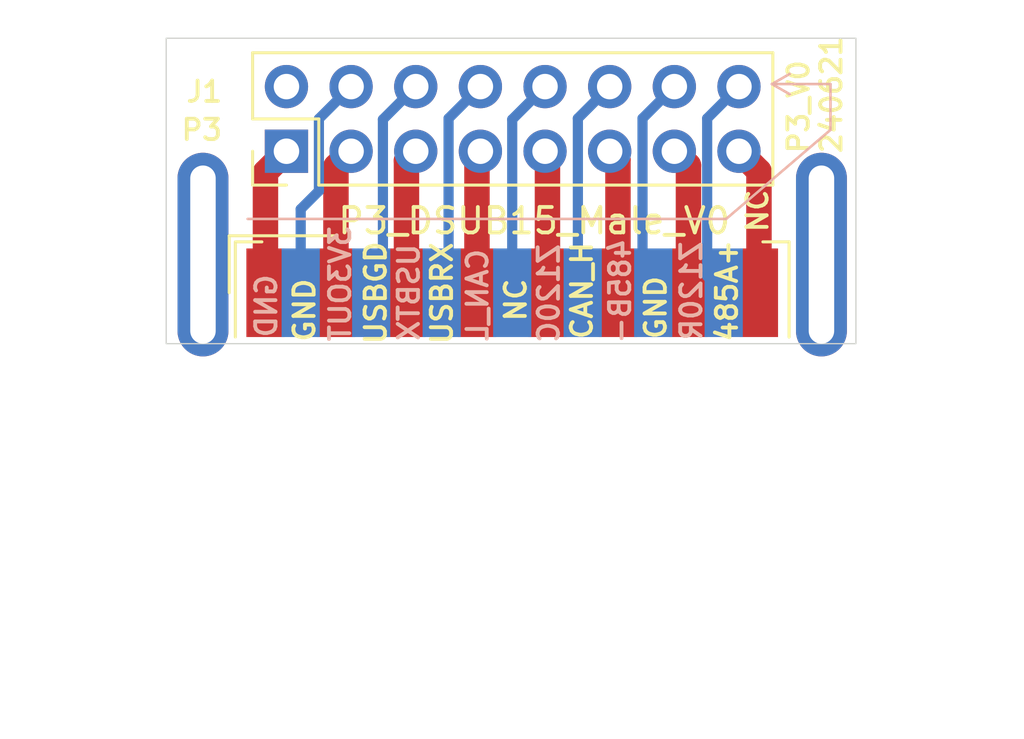
<source format=kicad_pcb>
(kicad_pcb (version 20221018) (generator pcbnew)
  (layers (0 "F.Cu" signal) (31 "B.Cu" signal) (34 "B.Paste" user) (35 "F.Paste" user) (36 "B.SilkS" user "B.Silkscreen") (37 "F.SilkS" user "F.Silkscreen") (38 "B.Mask" user) (39 "F.Mask" user) (44 "Edge.Cuts" user))
  (net 0 "")
  (net 1 "/RX_USB")
  (net 2 "/NC0")
  (net 3 "/CAN_H")
  (net 4 "/RS485_A+")
  (net 5 "/NC1")
  (net 6 "/Z120_R")
  (net 7 "/RS485_B-")
  (net 8 "/Z120_C")
  (net 9 "/CAL_L")
  (net 10 "/TX_USB")
  (net 11 "/3.3V_OUT")
  (net 13 "/GND_COM1")
  (net 14 "/GND_USB")
  (net 15 "/GND_COM3")
  (net 16 "/GND_COM2")
  (footprint "Connector_PinHeader_2.54mm:PinHeader_2x08_P2.54mm_Vertical_1" (layer "F.Cu") (at 135.925 74.94 90)
    (fp_text reference "J1" (at 2.34 -3.225 180) (layer "F.SilkS") (effects (font (size 0.8 0.8))))
    (fp_text value "Conn_01x15")
    (fp_line (start -1.33 -1.33) (end 0 -1.33) (stroke (width 0.12)) (layer "F.SilkS"))
    (fp_line (start -1.33 0) (end -1.33 -1.33) (stroke (width 0.12)) (layer "F.SilkS"))
    (fp_line (start -1.33 1.27) (end -1.33 19.11) (stroke (width 0.12)) (layer "F.SilkS"))
    (fp_line (start -1.33 1.27) (end 1.27 1.27) (stroke (width 0.12)) (layer "F.SilkS"))
    (fp_line (start -1.33 19.11) (end 3.87 19.11) (stroke (width 0.12)) (layer "F.SilkS"))
    (fp_line (start 1.27 -1.33) (end 3.87 -1.33) (stroke (width 0.12)) (layer "F.SilkS"))
    (fp_line (start 1.27 1.27) (end 1.27 -1.33) (stroke (width 0.12)) (layer "F.SilkS"))
    (fp_line (start 3.87 -1.33) (end 3.87 19.11) (stroke (width 0.12)) (layer "F.SilkS"))
    (pad "1" thru_hole rect (at 0 0 90) (size 1.7 1.7) (drill 1) (layers "*.Cu" "*.Mask") (net 13 "/GND_COM1"))
    (pad "2" thru_hole oval (at 0 2.54 90) (size 1.7 1.7) (drill 1) (layers "*.Cu" "*.Mask") (net 14 "/GND_USB"))
    (pad "3" thru_hole oval (at 0 5.08 90) (size 1.7 1.7) (drill 1) (layers "*.Cu" "*.Mask") (net 1 "/RX_USB"))
    (pad "4" thru_hole oval (at 0 7.62 90) (size 1.7 1.7) (drill 1) (layers "*.Cu" "*.Mask") (net 2 "/NC0"))
    (pad "5" thru_hole oval (at 0 10.16 90) (size 1.7 1.7) (drill 1) (layers "*.Cu" "*.Mask") (net 3 "/CAN_H"))
    (pad "6" thru_hole oval (at 0 12.7 90) (size 1.7 1.7) (drill 1) (layers "*.Cu" "*.Mask") (net 15 "/GND_COM3"))
    (pad "7" thru_hole oval (at 0 15.24 90) (size 1.7 1.7) (drill 1) (layers "*.Cu" "*.Mask") (net 4 "/RS485_A+"))
    (pad "8" thru_hole oval (at 0 17.78 90) (size 1.7 1.7) (drill 1) (layers "*.Cu" "*.Mask") (net 5 "/NC1"))
    (pad "9" thru_hole oval (at 2.54 17.78 90) (size 1.7 1.7) (drill 1) (layers "*.Cu" "*.Mask") (net 6 "/Z120_R"))
    (pad "10" thru_hole oval (at 2.54 15.24 90) (size 1.7 1.7) (drill 1) (layers "*.Cu" "*.Mask") (net 7 "/RS485_B-"))
    (pad "11" thru_hole oval (at 2.54 12.7 90) (size 1.7 1.7) (drill 1) (layers "*.Cu" "*.Mask") (net 8 "/Z120_C"))
    (pad "12" thru_hole oval (at 2.54 10.16 90) (size 1.7 1.7) (drill 1) (layers "*.Cu" "*.Mask") (net 9 "/CAL_L"))
    (pad "13" thru_hole oval (at 2.54 7.62 90) (size 1.7 1.7) (drill 1) (layers "*.Cu" "*.Mask") (net 10 "/TX_USB"))
    (pad "14" thru_hole oval (at 2.54 5.08 90) (size 1.7 1.7) (drill 1) (layers "*.Cu" "*.Mask") (net 11 "/3.3V_OUT"))
    (pad "15" thru_hole oval (at 2.54 2.54 90) (size 1.7 1.7) (drill 1) (layers "*.Cu" "*.Mask") (net 16 "/GND_COM2"))
    (pad "16" thru_hole oval (at 2.54 0 90) (size 1.7 1.7) (drill 1) (layers "*.Cu" "*.Mask"))
  )
  (footprint "Connector_Dsub:DSUB-15_Male_EdgeMount_P2.77mm_1" (layer "F.Cu") (at 144.795 80.5)
    (fp_text reference "P3" (at -12.195 -6.4) (layer "F.SilkS") (effects (font (size 0.8 0.8))))
    (fp_text value "DA15")
    (fp_line (start -11.118333 -2.24) (end -6.925 -2.24) (stroke (width 0.12)) (layer "F.SilkS"))
    (fp_line (start -11.118333 0) (end -11.118333 -2.24) (stroke (width 0.12)) (layer "F.SilkS"))
    (fp_line (start -10.878333 -2) (end -10.878333 1.74) (stroke (width 0.12)) (layer "F.SilkS"))
    (fp_line (start -9.835834 -2) (end -10.864167 -2) (stroke (width 0.12)) (layer "F.SilkS"))
    (fp_line (start 10.878333 -2) (end 9.85 -2) (stroke (width 0.12)) (layer "F.SilkS"))
    (fp_line (start 10.878333 1.74) (end 10.878333 -2) (stroke (width 0.12)) (layer "F.SilkS"))
    (pad "0" thru_hole oval (at -12.15 -1.5) (size 2 8) (drill oval 1 7) (layers "*.Cu" "*.Mask"))
    (pad "0" thru_hole oval (at 12.15 -1.5) (size 2 8) (drill oval 1 7) (layers "*.Cu" "*.Mask"))
    (pad "1" smd rect (at -9.695 0) (size 1.5 3.48) (layers "F.Cu" "F.Paste" "F.Mask") (net 13 "/GND_COM1"))
    (pad "2" smd rect (at -6.925 0) (size 1.5 3.48) (layers "F.Cu" "F.Paste" "F.Mask") (net 14 "/GND_USB"))
    (pad "3" smd rect (at -4.155 0) (size 1.5 3.48) (layers "F.Cu" "F.Paste" "F.Mask") (net 1 "/RX_USB"))
    (pad "4" smd rect (at -1.385 0) (size 1.5 3.48) (layers "F.Cu" "F.Paste" "F.Mask") (net 2 "/NC0"))
    (pad "5" smd rect (at 1.385 0) (size 1.5 3.48) (layers "F.Cu" "F.Paste" "F.Mask") (net 3 "/CAN_H"))
    (pad "6" smd rect (at 4.155 0) (size 1.5 3.48) (layers "F.Cu" "F.Paste" "F.Mask") (net 15 "/GND_COM3"))
    (pad "7" smd rect (at 6.925 0) (size 1.5 3.48) (layers "F.Cu" "F.Paste" "F.Mask") (net 4 "/RS485_A+"))
    (pad "8" smd rect (at 9.695 0) (size 1.5 3.48) (layers "F.Cu" "F.Paste" "F.Mask") (net 5 "/NC1"))
    (pad "9" smd rect (at -8.31 0) (size 1.5 3.48) (layers "B.Cu" "B.Paste" "B.Mask") (net 16 "/GND_COM2"))
    (pad "10" smd rect (at -5.54 0) (size 1.5 3.48) (layers "B.Cu" "B.Paste" "B.Mask") (net 11 "/3.3V_OUT"))
    (pad "11" smd rect (at -2.77 0) (size 1.5 3.48) (layers "B.Cu" "B.Paste" "B.Mask") (net 10 "/TX_USB"))
    (pad "12" smd rect (at 0 0) (size 1.5 3.48) (layers "B.Cu" "B.Paste" "B.Mask") (net 9 "/CAL_L"))
    (pad "13" smd rect (at 2.77 0) (size 1.5 3.48) (layers "B.Cu" "B.Paste" "B.Mask") (net 8 "/Z120_C"))
    (pad "14" smd rect (at 5.54 0) (size 1.5 3.48) (layers "B.Cu" "B.Paste" "B.Mask") (net 7 "/RS485_B-"))
    (pad "15" smd rect (at 8.31 0) (size 1.5 3.48) (layers "B.Cu" "B.Paste" "B.Mask") (net 6 "/Z120_R"))
  )
  (gr_line (start 155 72.3) (end 155.7 71.9) (stroke (width 0.1)) (layer "B.SilkS"))
  (gr_line (start 157.3 72.3) (end 157.3 74.1) (stroke (width 0.1)) (layer "B.SilkS"))
  (gr_line (start 155 72.3) (end 157.3 72.3) (stroke (width 0.1)) (layer "B.SilkS"))
  (gr_line (start 153.2 77.6) (end 157.3 74.1) (stroke (width 0.1)) (layer "B.SilkS"))
  (gr_line (start 134.4 77.6) (end 153.2 77.6) (stroke (width 0.1)) (layer "B.SilkS"))
  (gr_line (start 155 72.3) (end 155.7 72.7) (stroke (width 0.1)) (layer "B.SilkS"))
  (gr_rect (start 131.2 70.5) (end 158.3 82.5) (stroke (width 0.05)) (fill none) (layer "Edge.Cuts"))
  (gr_text "CAN_L" (at 143.9 78.7 90) (layer "B.SilkS") (effects (font (size 0.8 0.8) (thickness 0.15) bold) (justify left bottom mirror)))
  (gr_text "Z120R" (at 152.3 78.4 90) (layer "B.SilkS") (effects (font (size 0.8 0.8) (thickness 0.15) bold) (justify left bottom mirror)))
  (gr_text "Z120C" (at 146.7 78.5 90) (layer "B.SilkS") (effects (font (size 0.8 0.8) (thickness 0.15) bold) (justify left bottom mirror)))
  (gr_text "USBTX" (at 141.2 78.5 90) (layer "B.SilkS") (effects (font (size 0.8 0.8) (thickness 0.15) bold) (justify left bottom mirror)))
  (gr_text "485B-" (at 149.5 78.3 90) (layer "B.SilkS") (effects (font (size 0.8 0.8) (thickness 0.15) bold) (justify left bottom mirror)))
  (gr_text "3V3OUT" (at 138.5 77.8 90) (layer "B.SilkS") (effects (font (size 0.8 0.8) (thickness 0.15) bold) (justify left bottom mirror)))
  (gr_text "GND" (at 135.6 79.7 90) (layer "B.SilkS") (effects (font (size 0.8 0.8) (thickness 0.15) bold) (justify left bottom mirror)))
  (gr_text "USBRX" (at 142.5 82.6 90) (layer "F.SilkS") (effects (font (size 0.8 0.8)) (justify left bottom)))
  (gr_text "USBGD" (at 139.9 82.6 90) (layer "F.SilkS") (effects (font (size 0.8 0.8)) (justify left bottom)))
  (gr_text "485A+" (at 153.7 82.5 90) (layer "F.SilkS") (effects (font (size 0.8 0.8)) (justify left bottom)))
  (gr_text "NC" (at 145.4 81.7 90) (layer "F.SilkS") (effects (font (size 0.8 0.8)) (justify left bottom)))
  (gr_text "P3_DSUB15_Male_V0" (at 137.87 78.26) (layer "F.SilkS") (effects (font (size 1 1)) (justify left bottom)))
  (gr_text "GND" (at 137.1 82.5 90) (layer "F.SilkS") (effects (font (size 0.8 0.8)) (justify left bottom)))
  (gr_text "CAN_H" (at 148 82.4 90) (layer "F.SilkS") (effects (font (size 0.8 0.8)) (justify left bottom)))
  (gr_text "NC" (at 154.9 78.2 90) (layer "F.SilkS") (effects (font (size 0.8 0.8)) (justify left bottom)))
  (gr_text "GND" (at 150.9 82.4 90) (layer "F.SilkS") (effects (font (size 0.8 0.8)) (justify left bottom)))
  (gr_text "P3_V0\n240621" (at 157.8 75.1 90) (layer "F.SilkS") (effects (font (size 0.8 0.8) (thickness 0.15) bold) (justify left bottom)))
  (segment (start 140.64 75.305) (end 141.005 74.94) (width 1) (layer "F.Cu") (net 1))
  (segment (start 140.64 80.5) (end 140.64 75.305) (width 1) (layer "F.Cu") (net 1))
  (segment (start 143.41 75.075) (end 143.545 74.94) (width 1) (layer "F.Cu") (net 2))
  (segment (start 143.41 80.5) (end 143.41 75.075) (width 1) (layer "F.Cu") (net 2))
  (segment (start 146.18 75.035) (end 146.085 74.94) (width 1) (layer "F.Cu") (net 3))
  (segment (start 146.18 80.5) (end 146.18 75.035) (width 1) (layer "F.Cu") (net 3))
  (segment (start 151.72 75.495) (end 151.165 74.94) (width 1) (layer "F.Cu") (net 4))
  (segment (start 151.72 80.5) (end 151.72 75.495) (width 1) (layer "F.Cu") (net 4))
  (segment (start 154.49 80.5) (end 154.49 75.725) (width 1) (layer "F.Cu") (net 5))
  (segment (start 154.49 75.725) (end 153.705 74.94) (width 1) (layer "F.Cu") (net 5))
  (segment (start 152.455 73.65) (end 153.705 72.4) (width 0.4) (layer "B.Cu") (net 6))
  (segment (start 152.455 79.85) (end 152.455 73.65) (width 0.4) (layer "B.Cu") (net 6))
  (segment (start 153.105 80.5) (end 152.455 79.85) (width 0.4) (layer "B.Cu") (net 6))
  (segment (start 150.335 80.5) (end 149.915 80.08) (width 0.4) (layer "B.Cu") (net 7))
  (segment (start 149.915 73.65) (end 151.165 72.4) (width 0.4) (layer "B.Cu") (net 7))
  (segment (start 149.915 80.08) (end 149.915 73.65) (width 0.4) (layer "B.Cu") (net 7))
  (segment (start 147.375 80.31) (end 147.375 73.65) (width 0.4) (layer "B.Cu") (net 8))
  (segment (start 147.375 73.65) (end 148.625 72.4) (width 0.4) (layer "B.Cu") (net 8))
  (segment (start 147.565 80.5) (end 147.375 80.31) (width 0.4) (layer "B.Cu") (net 8))
  (segment (start 144.795 73.69) (end 146.085 72.4) (width 0.4) (layer "B.Cu") (net 9))
  (segment (start 144.795 80.5) (end 144.795 73.69) (width 0.4) (layer "B.Cu") (net 9))
  (segment (start 142.025 80.5) (end 142.295 80.23) (width 0.4) (layer "B.Cu") (net 10))
  (segment (start 142.295 80.23) (end 142.295 73.65) (width 0.4) (layer "B.Cu") (net 10))
  (segment (start 142.295 73.65) (end 143.545 72.4) (width 0.4) (layer "B.Cu") (net 10))
  (segment (start 139.715 73.69) (end 141.005 72.4) (width 0.4) (layer "B.Cu") (net 11))
  (segment (start 139.255 80.5) (end 139.715 80.04) (width 0.4) (layer "B.Cu") (net 11))
  (segment (start 139.715 80.04) (end 139.715 73.69) (width 0.4) (layer "B.Cu") (net 11))
  (segment (start 135.1 80.5) (end 135.1 75.765) (width 1) (layer "F.Cu") (net 13))
  (segment (start 135.1 75.765) (end 135.925 74.94) (width 1) (layer "F.Cu") (net 13))
  (segment (start 137.87 75.535) (end 138.465 74.94) (width 1) (layer "F.Cu") (net 14))
  (segment (start 137.87 80.5) (end 137.87 75.535) (width 1) (layer "F.Cu") (net 14))
  (segment (start 148.95 75.265) (end 148.625 74.94) (width 1) (layer "F.Cu") (net 15))
  (segment (start 148.95 80.5) (end 148.95 75.265) (width 1) (layer "F.Cu") (net 15))
  (segment (start 136.485 77.215) (end 137.2 76.5) (width 0.4) (layer "B.Cu") (net 16))
  (segment (start 136.485 80.5) (end 136.485 77.215) (width 0.4) (layer "B.Cu") (net 16))
  (segment (start 137.2 73.665) (end 138.465 72.4) (width 0.4) (layer "B.Cu") (net 16))
  (segment (start 137.2 76.5) (end 137.2 73.665) (width 0.4) (layer "B.Cu") (net 16))
)
</source>
